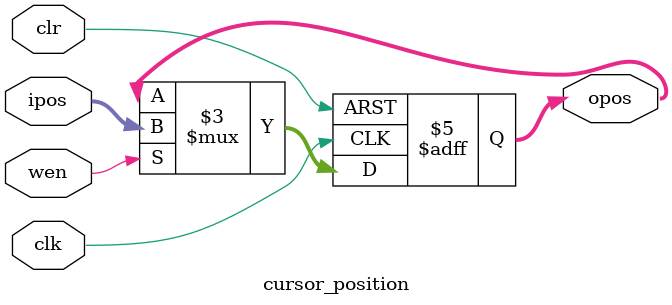
<source format=v>
/**
 * Cursor position (just one dimension, we'll need two of these)
 */
module cursor_position (clk, clr, ipos, wen, opos);
   parameter SIZE = 4;
   input wire clk;
   input wire clr;
   input wire [SIZE-1:0] ipos;
   input wire            wen;
   output reg [SIZE-1:0] opos;

   always @(posedge clk or posedge clr)
     begin
	if (clr)
          opos <= 0;
	else if (wen)
          opos = ipos;
     end
 endmodule

</source>
